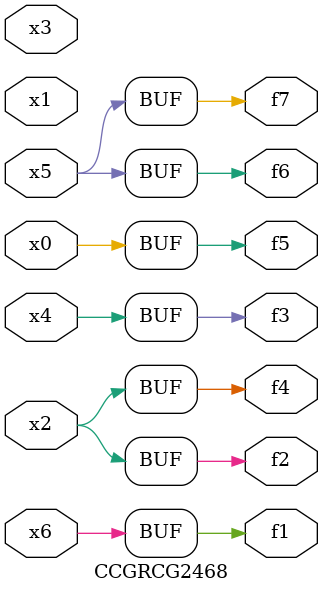
<source format=v>
module CCGRCG2468(
	input x0, x1, x2, x3, x4, x5, x6,
	output f1, f2, f3, f4, f5, f6, f7
);
	assign f1 = x6;
	assign f2 = x2;
	assign f3 = x4;
	assign f4 = x2;
	assign f5 = x0;
	assign f6 = x5;
	assign f7 = x5;
endmodule

</source>
